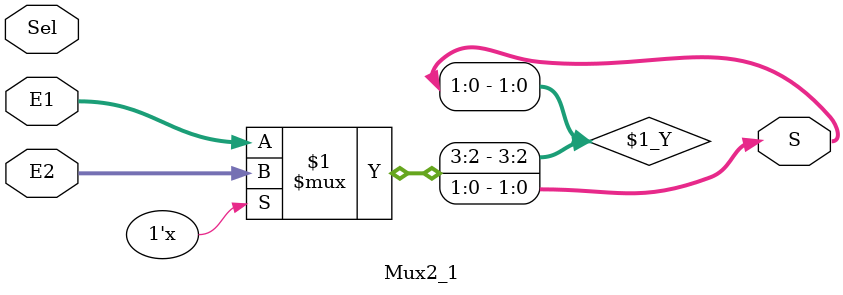
<source format=v>
module Mux2_1(E1, E2, S, Sel);
input [3:0] E1, E2;
input Sel;
output [1:0] S;

assign S = sel[1] ? E2 : E1;
endmodule 
</source>
